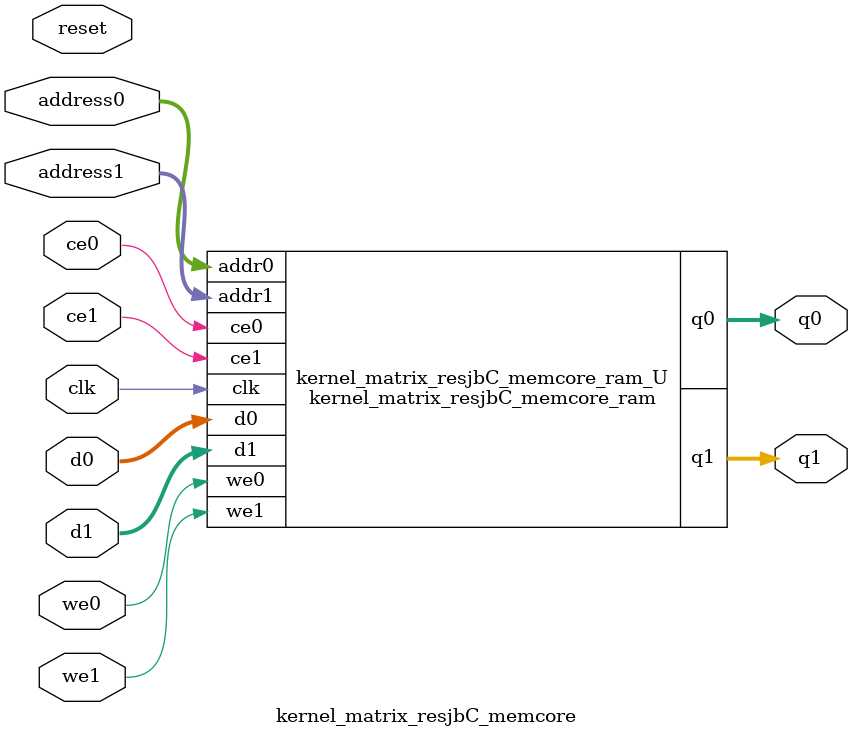
<source format=v>
`timescale 1 ns / 1 ps
module kernel_matrix_resjbC_memcore_ram (addr0, ce0, d0, we0, q0, addr1, ce1, d1, we1, q1,  clk);

parameter DWIDTH = 32;
parameter AWIDTH = 13;
parameter MEM_SIZE = 5000;

input[AWIDTH-1:0] addr0;
input ce0;
input[DWIDTH-1:0] d0;
input we0;
output reg[DWIDTH-1:0] q0;
input[AWIDTH-1:0] addr1;
input ce1;
input[DWIDTH-1:0] d1;
input we1;
output reg[DWIDTH-1:0] q1;
input clk;

(* ram_style = "block" *)reg [DWIDTH-1:0] ram[0:MEM_SIZE-1];




always @(posedge clk)  
begin 
    if (ce0) 
    begin
        if (we0) 
        begin 
            ram[addr0] <= d0; 
        end 
        q0 <= ram[addr0];
    end
end


always @(posedge clk)  
begin 
    if (ce1) 
    begin
        if (we1) 
        begin 
            ram[addr1] <= d1; 
        end 
        q1 <= ram[addr1];
    end
end


endmodule

`timescale 1 ns / 1 ps
module kernel_matrix_resjbC_memcore(
    reset,
    clk,
    address0,
    ce0,
    we0,
    d0,
    q0,
    address1,
    ce1,
    we1,
    d1,
    q1);

parameter DataWidth = 32'd32;
parameter AddressRange = 32'd5000;
parameter AddressWidth = 32'd13;
input reset;
input clk;
input[AddressWidth - 1:0] address0;
input ce0;
input we0;
input[DataWidth - 1:0] d0;
output[DataWidth - 1:0] q0;
input[AddressWidth - 1:0] address1;
input ce1;
input we1;
input[DataWidth - 1:0] d1;
output[DataWidth - 1:0] q1;



kernel_matrix_resjbC_memcore_ram kernel_matrix_resjbC_memcore_ram_U(
    .clk( clk ),
    .addr0( address0 ),
    .ce0( ce0 ),
    .we0( we0 ),
    .d0( d0 ),
    .q0( q0 ),
    .addr1( address1 ),
    .ce1( ce1 ),
    .we1( we1 ),
    .d1( d1 ),
    .q1( q1 ));

endmodule


</source>
